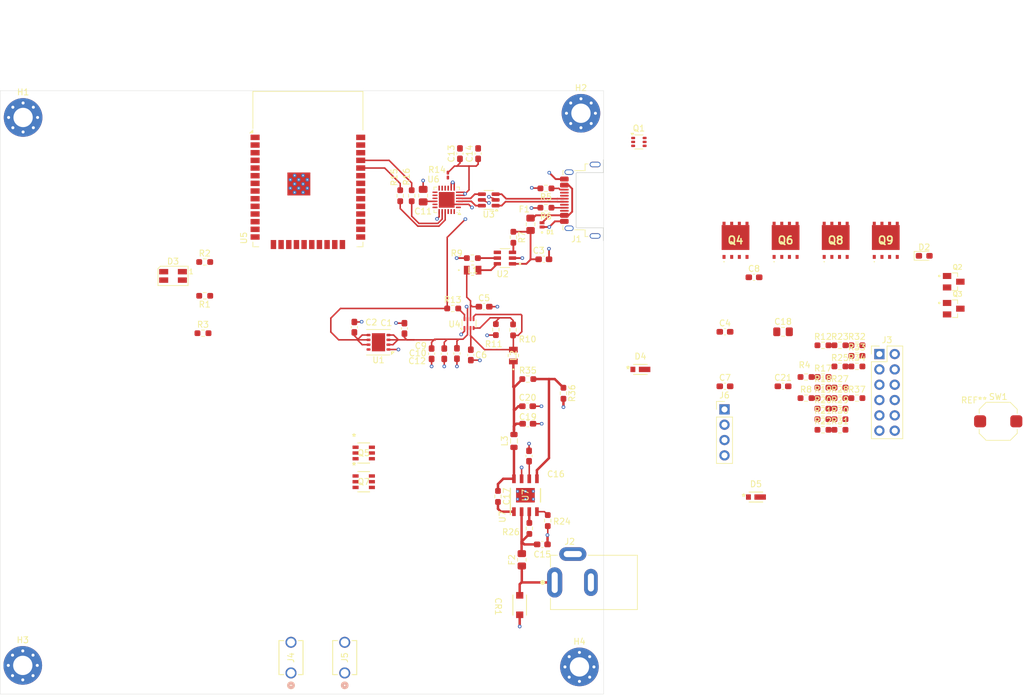
<source format=kicad_pcb>
(kicad_pcb (version 20241229) (generator "pcbnew") (generator_version "9.0")
  (layers (0 "F.Cu" signal) (4 "In1.Cu" signal) (6 "In2.Cu" signal) (2 "B.Cu" signal) (13 "F.Paste" user) (15 "B.Paste" user) (5 "F.SilkS" user "F.Silkscreen") (7 "B.SilkS" user "B.Silkscreen") (1 "F.Mask" user) (3 "B.Mask" user) (25 "Edge.Cuts" user))
  (net 0 "")
  (net 1 "+5V")
  (net 2 "GND")
  (net 3 "+3.3V")
  (net 4 "/SW")
  (net 5 "/EN")
  (net 6 "/Vout")
  (net 7 "Net-(D2-A)")
  (net 8 "+5VP")
  (net 9 "Net-(D4-A)")
  (net 10 "/SCL")
  (net 11 "/SDA")
  (net 12 "/GPIO33")
  (net 13 "/GPIO25")
  (net 14 "/GPIO27")
  (net 15 "/GPIO18")
  (net 16 "/GPIO32")
  (net 17 "/GPIO26")
  (net 18 "/GPIO34")
  (net 19 "/D+")
  (net 20 "/RTS")
  (net 21 "/DTR")
  (net 22 "/IO0")
  (net 23 "/Digi_GND")
  (net 24 "Net-(Q6-G)")
  (net 25 "/LED_R")
  (net 26 "/LED_G")
  (net 27 "/LED_B")
  (net 28 "/RX")
  (net 29 "/TX")
  (net 30 "/FAULT")
  (net 31 "/GPIO19")
  (net 32 "/D-")
  (net 33 "Net-(CR1-Pad1)")
  (net 34 "/D_P")
  (net 35 "/D_N")
  (net 36 "/RIGHT_HAND")
  (net 37 "/LEFT_HAND")
  (net 38 "Net-(Q4-D)")
  (net 39 "Net-(Q4-G)")
  (net 40 "/power_mux")
  (net 41 "Net-(U2-IN)")
  (net 42 "Net-(U4-VIN2)")
  (net 43 "Net-(U4-MODE)")
  (net 44 "Net-(U6-VPP)")
  (net 45 "Net-(U7-SS)")
  (net 46 "Net-(U7-BOOT)")
  (net 47 "Net-(U7-SW)")
  (net 48 "Net-(D3-GK)")
  (net 49 "Net-(D3-RK)")
  (net 50 "Net-(D3-BK)")
  (net 51 "Net-(D5-A)")
  (net 52 "Net-(J1-CC1)")
  (net 55 "Net-(J1-CC2)")
  (net 56 "Net-(U2-OUT)")
  (net 57 "Net-(Q8-G)")
  (net 58 "Net-(Q9-G)")
  (net 59 "Net-(Q9-D)")
  (net 60 "Net-(U2-EN)")
  (net 61 "Net-(U2-ILIM)")
  (net 62 "Net-(U4-PR1)")
  (net 63 "Net-(U6-~{RST})")
  (net 64 "Net-(U6-TXD)")
  (net 65 "Net-(U6-RXD)")
  (net 66 "Net-(U7-RT_SYNC)")
  (net 67 "Net-(U7-EN)")
  (net 68 "Net-(U7-FB)")
  (net 94 "+36V")
  (net 95 "Net-(Q2-Pad3)")
  (net 96 "Net-(Q2-Pad1)")
  (net 97 "/GPIO16")
  (net 98 "/GPIO17")
  (footprint "MountingHole:MountingHole_3.2mm_M3_Pad_Via" (layer "F.Cu") (at 195 140.5)
    (property "Reference" "H4")
    (property "Value" "Hole_Pad")
  )
  (footprint "Capacitor_SMD:C_0603_1608Metric_Pad1.08x0.95mm_HandSolder" (layer "F.Cu") (at 219.12 93.995)
    (property "Reference" "C7")
    (property "Value" "22u")
  )
  (footprint "Extra:DDA0008E_N" (layer "F.Cu") (at 186.05 112.049999 90)
    (property "Reference" "U7")
    (property "Value" "LMR14020SDDAR")
  )
  (footprint "Capacitor_SMD:C_0603_1608Metric_Pad1.08x0.95mm_HandSolder" (layer "F.Cu") (at 178.21 55.4375 90)
    (property "Reference" "C14")
    (property "Value" "100n")
  )
  (footprint "Resistor_SMD:R_0603_1608Metric_Pad0.98x0.95mm_HandSolder" (layer "F.Cu") (at 165.3 62.4125 90)
    (property "Reference" "R15")
    (property "Value" "22R")
  )
  (footprint "Connector_PinHeader_2.54mm:PinHeader_2x06_P2.54mm_Vertical" (layer "F.Cu") (at 244.71 88.655)
    (property "Reference" "J3")
    (property "Value" "Conn_02x06_Odd_Even")
  )
  (footprint "Resistor_SMD:R_0603_1608Metric_Pad0.98x0.95mm_HandSolder" (layer "F.Cu") (at 181.5 112.249999 -90)
    (property "Reference" "C17")
    (property "Value" "0.1u")
  )
  (footprint "Capacitor_SMD:C_0603_1608Metric_Pad1.08x0.95mm_HandSolder" (layer "F.Cu") (at 223.93 75.935)
    (property "Reference" "C8")
    (property "Value" "100n")
  )
  (footprint "Extra:SOT95P280X145-6N" (layer "F.Cu") (at 182.65 72.75 180)
    (property "Reference" "U2")
    (property "Value" "TPS2553DBVR")
  )
  (footprint "Resistor_SMD:R_0603_1608Metric_Pad0.98x0.95mm_HandSolder" (layer "F.Cu") (at 186.7 117.549999 90)
    (property "Reference" "R26")
    (property "Value" "100K")
  )
  (footprint "Resistor_SMD:R_0603_1608Metric_Pad0.98x0.95mm_HandSolder" (layer "F.Cu") (at 235.36 87.205)
    (property "Reference" "R12")
    (property "Value" "10K")
  )
  (footprint "Capacitor_SMD:C_0603_1608Metric_Pad1.08x0.95mm_HandSolder" (layer "F.Cu") (at 186.4 97.299999)
    (property "Reference" "C20")
    (property "Value" "22u")
  )
  (footprint "Capacitor_SMD:C_0603_1608Metric_Pad1.08x0.95mm_HandSolder" (layer "F.Cu") (at 219.12 84.965)
    (property "Reference" "C4")
    (property "Value" "100n")
  )
  (footprint "Resistor_SMD:R_0603_1608Metric_Pad0.98x0.95mm_HandSolder" (layer "F.Cu") (at 132.6125 85.2)
    (property "Reference" "R3")
    (property "Value" "1K")
  )
  (footprint "Extra:CONN_105-1102-001" (layer "F.Cu") (at 156.1 141.5 90)
    (property "Reference" "J5")
    (property "Value" "105-1103-001")
  )
  (footprint "Resistor_SMD:R_0603_1608Metric_Pad0.98x0.95mm_HandSolder" (layer "F.Cu") (at 238.17 97.705)
    (property "Reference" "R29")
    (property "Value" "100R")
  )
  (footprint "Resistor_SMD:R_0603_1608Metric_Pad0.98x0.95mm_HandSolder" (layer "F.Cu") (at 184 84.65 90)
    (property "Reference" "R10")
    (property "Value" "240K")
  )
  (footprint "Extra:AON6482" (layer "F.Cu") (at 237.465 69.8)
    (property "Reference" "Q8")
    (property "Value" "AON6266E" (hide yes))
  )
  (footprint "Resistor_SMD:R_0603_1608Metric_Pad0.98x0.95mm_HandSolder" (layer "F.Cu") (at 232.55 92.455)
    (property "Reference" "R4")
    (property "Value" "1K")
  )
  (footprint "Resistor_SMD:R_0603_1608Metric_Pad0.98x0.95mm_HandSolder" (layer "F.Cu") (at 238.17 90.705)
    (property "Reference" "R25")
    (property "Value" "100R")
  )
  (footprint "Extra:DIO_TDZVT_ROM-M" (layer "F.Cu") (at 205.1015 91.2)
    (property "Reference" "D4")
    (property "Value" "TFZVTR10B")
  )
  (footprint "Extra:AON6482" (layer "F.Cu") (at 245.765 69.8)
    (property "Reference" "Q9")
    (property "Value" "AON6266E" (hide yes))
  )
  (footprint "Resistor_SMD:R_0603_1608Metric_Pad0.98x0.95mm_HandSolder" (layer "F.Cu") (at 238.17 94.205)
    (property "Reference" "R27")
    (property "Value" "4K7")
  )
  (footprint "MountingHole:MountingHole_3.2mm_M3_Pad_Via" (layer "F.Cu") (at 102.802944 49.447056)
    (property "Reference" "H1")
    (property "Value" "Hole_Pad")
  )
  (footprint "Button_Switch_SMD:SW_Push_1TS009xxxx-xxxx-xxxx_6x6x5mm" (layer "F.Cu") (at 264.4 99.8)
    (property "Reference" "SW1")
    (property "Value" "SW_SPST")
  )
  (footprint "Capacitor_SMD:C_0603_1608Metric_Pad1.08x0.95mm_HandSolder" (layer "F.Cu") (at 189.1 72.95)
    (property "Reference" "C3")
    (property "Value" "0.1u")
  )
  (footprint "Extra:CUI_PJ-002B" (layer "F.Cu") (at 190.9 126.499999)
    (property "Reference" "J2")
    (property "Value" "Barrel_Jack")
  )
  (footprint "Capacitor_SMD:C_0603_1608Metric_Pad1.08x0.95mm_HandSolder" (layer "F.Cu") (at 175.2 55.4375 90)
    (property "Reference" "C13")
    (property "Value" "22u")
  )
  (footprint "Resistor_SMD:R_0603_1608Metric_Pad0.98x0.95mm_HandSolder" (layer "F.Cu") (at 174 81.1)
    (property "Reference" "R13")
    (property "Value" "10K")
  )
  (footprint "Fuse:Fuse_0805_2012Metric_Pad1.15x1.40mm_HandSolder" (layer "F.Cu") (at 185.45 122.749999 90)
    (property "Reference" "F2")
    (property "Value" "Polyfuse 1.2-1.5A hold")
  )
  (footprint "Extra:DIO_PESD5V0S1UL_315" (layer "F.Cu") (at 188.8 67.25 90)
    (property "Reference" "D1")
    (property "Value" "PESD5V0S1UL_315")
  )
  (footprint "Resistor_SMD:R_0603_1608Metric_Pad0.98x0.95mm_HandSolder" (layer "F.Cu") (at 167.2 62.4125 90)
    (property "Reference" "R16")
    (property "Value" "22R")
  )
  (footprint "Connector_USB:USB_C_Receptacle_Amphenol_12401948E412A" (layer "F.Cu") (at 197.6 63.16 90)
    (property "Reference" "J1")
    (property "Value" "USB_C_Receptacle_USB2.0_16P")
    (fp_line (start -4.42 -3.15) (end 4.42 -3.15) (stroke (width 0.1)) (layer "Edge.Cuts"))
    (fp_line (start 4.57 -3) (end 4.57 1.36) (stroke (width 0.1)) (layer "Edge.Cuts"))
    (fp_line (start -4.57 -3) (end -4.57 1.36) (stroke (width 0.1)) (layer "Edge.Cuts"))
    (fp_line (start 4.57 1.36) (end 6.7 1.36) (stroke (width 0.1)) (layer "Edge.Cuts"))
    (fp_line (start -6.7 1.36) (end -4.57 1.36) (stroke (width 0.1)) (layer "Edge.Cuts"))
    (fp_arc (start 4.42 -3.15) (mid 4.526066 -3.106066) (end 4.57 -3) (stroke (width 0.1)) (layer "Edge.Cuts"))
    (fp_arc (start -4.57 -3) (mid -4.526066 -3.106066) (end -4.42 -3.15) (stroke (width 0.1)) (layer "Edge.Cuts"))
  )
  (footprint "Resistor_SMD:R_0603_1608Metric_Pad0.98x0.95mm_HandSolder" (layer "F.Cu") (at 238.17 101.205)
    (property "Reference" "R31")
    (property "Value" "10K")
  )
  (footprint "Resistor_SMD:R_0603_1608Metric_Pad0.98x0.95mm_HandSolder" (layer "F.Cu") (at 240.98 88.955)
    (property "Reference" "R33")
    (property "Value" "10K")
  )
  (footprint "Capacitor_SMD:C_0603_1608Metric_Pad1.08x0.95mm_HandSolder" (layer "F.Cu") (at 166 84.4 90)
    (property "Reference" "C1")
    (property "Value" "22u")
  )
  (footprint "Resistor_SMD:R_0603_1608Metric_Pad0.98x0.95mm_HandSolder" (layer "F.Cu") (at 189.45 61.2 180)
    (property "Reference" "R5")
    (property "Value" "5k1")
  )
  (footprint "LED_SMD:LED_RGB_Wuerth-PLCC4_3.2x2.8mm_150141M173100" (layer "F.Cu") (at 127.65 75.7)
    (property "Reference" "D3")
    (property "Value" "LED_RGBA")
  )
  (footprint "Capacitor_SMD:C_0805_2012Metric_Pad1.18x1.45mm_HandSolder" (layer "F.Cu") (at 228.74 84.965)
    (property "Reference" "C18")
    (property "Value" "22u")
  )
  (footprint "Extra:IND_2012_TDK" (layer "F.Cu") (at 184.05 88.9 90)
    (property "Reference" "L2")
    (property "Value" "MPZ2012S221AT000")
  )
  (footprint "Resistor_SMD:R_0603_1608Metric_Pad0.98x0.95mm_HandSolder" (layer "F.Cu") (at 181.15 84.6 -90)
    (property "Reference" "R11")
    (property "Value" "100K")
  )
  (footprint "Fuse:Fuse_0805_2012Metric_Pad1.15x1.40mm_HandSolder" (layer "F.Cu") (at 186.9 67.15 -90)
    (property "Reference" "F1")
    (property "Value" "Polyfuse 500ma")
  )
  (footprint "Extra:TSOT23-6_419BL_ONS" (layer "F.Cu") (at 159.25255 109.809199)
    (property "Reference" "Q7")
    (property "Value" "FDC5614P")
  )
  (footprint "Extra:TRANS_MMBTA06" (layer "F.Cu") (at 257.025 76.665)
    (property "Reference" "Q2")
    (property "Value" "MMBTA06")
  )
  (footprint "Capacitor_SMD:C_0603_1608Metric_Pad1.08x0.95mm_HandSolder" (layer "F.Cu") (at 186.45 100.199999)
    (property "Reference" "C19")
    (property "Value" "22u")
  )
  (footprint "Extra:AON6482" (layer "F.Cu") (at 220.865 69.8)
    (property "Reference" "Q4")
    (property "Value" "AON6266E" (hide yes))
  )
  (footprint "Resistor_SMD:R_0603_1608Metric_Pad0.98x0.95mm_HandSolder" (layer "F.Cu") (at 235.36 97.705)
    (property "Reference" "R20")
    (property "Value" "100R")
  )
  (footprint "Extra:AON6482" (layer "F.Cu") (at 229.165 69.8)
    (property "Reference" "Q6")
    (property "Value" "AON6266E" (hide yes))
  )
  (footprint "Resistor_SMD:R_0603_1608Metric_Pad0.98x0.95mm_HandSolder" (layer "F.Cu") (at 235.36 101.205)
    (property "Reference" "R22")
    (property "Value" "100K")
  )
  (footprint "Resistor_SMD:R_0603_1608Metric_Pad0.98x0.95mm_HandSolder" (layer "F.Cu") (at 235.36 92.455)
    (property "Reference" "R17")
    (property "Value" "22K")
  )
  (footprint "Inductor_SMD:L_0805_2012Metric" (layer "F.Cu") (at 184.15 103.049999 90)
    (property "Reference" "L3")
    (property "Value" "5.5u")
  )
  (footprint "Package_SON:WSON-8-1EP_4x4mm_P0.8mm_EP2.2x3mm" (layer "F.Cu") (at 161.7 86.7 180)
    (property "Reference" "U1")
    (property "Value" "TLV1117LV-3.3")
  )
  (footprint "Resistor_SMD:R_0603_1608Metric_Pad0.98x0.95mm_HandSolder" (layer "F.Cu") (at 192.35 95.149999 -90)
    (property "Reference" "R36")
    (property "Value" "17.6K")
  )
  (footprint "Package_DFN_QFN:QFN-24-1EP_4x4mm_P0.5mm_EP2.6x2.6mm" (layer "F.Cu") (at 173 63.1 180)
    (property "Reference" "U6")
    (property "Value" "CP2104")
  )
  (footprint "Connector_PinHeader_2.54mm:PinHeader_1x04_P2.54mm_Vertical" (layer "F.Cu") (at 219.04 97.825)
    (property "Reference" "J6")
    (property "Value" "Conn_01x04_Socket")
  )
  (footprint "Capacitor_SMD:C_0603_1608Metric_Pad1.08x0.95mm_HandSolder" (layer "F.Cu") (at 174.7 88.5625 -90)
    (property "Reference" "C9")
    (property "Value" "22u")
  )
  (footprint "Resistor_SMD:R_0201_0603Metric_Pad0.64x0.40mm_HandSolder" (layer "F.Cu") (at 173.2 59 -90)
    (property "Reference" "R14")
    (property "Value" "10K")
  )
  (footprint "Package_TO_SOT_SMD:SOT-363_SC-70-6" (layer "F.Cu") (at 204.85 53.5)
    (property "Reference" "Q1")
    (property "Value" "UMH3N")
  )
  (footprint "Capacitor_SMD:C_0603_1608Metric_Pad1.08x0.95mm_HandSolder" (layer "F.Cu") (at 170.5 88.6 -90)
    (property "Reference" "C12")
    (property "Value" "4u7")
  )
  (footprint "Resistor_SMD:R_0603_1608Metric_Pad0.98x0.95mm_HandSolder" (layer "F.Cu") (at 177.25 72.75 180)
    (property "Reference" "R9")
    (property "Value" "45K 1%")
  )
  (footprint "Package_TO_SOT_SMD:SOT-583-8" (layer "F.Cu") (at 176.7 83.6 90)
    (property "Reference" "U4")
    (property "Value" "TPS2116DRL")
  )
  (footprint "Package_TO_SOT_SMD:SOT-23-6" (layer "F.Cu") (at 179.97 63.11 180)
    (property "Reference" "U3")
    (property "Value" "USBLC6-2SC6")
  )
  (footprint "Resistor_SMD:R_0603_1608Metric_Pad0.98x0.95mm_HandSolder" (layer "F.Cu") (at 132.9 79 180)
    (property "Reference" "R1")
    (property "Value" "1K")
  )
  (footprint "MountingHole:MountingHole_3.2mm_M3_Pad_Via" (layer "F.Cu") (at 102.75 140.25)
    (property "Reference" "H3")
    (property "Value" "Hole_Pad")
  )
  (footprint "Capacitor_SMD:C_0603_1608Metric_Pad1.08x0.95mm_HandSolder" (layer "F.Cu") (at 186.65 105.549999 90)
    (property "Reference" "C16")
    (property "Value" "22n")
  )
  (footprint "Extra:SOD-123F_LTF" (layer "F.Cu") (at 185.1 130.249999 -90)
    (property "Reference" "CR1")
    (property "Value" "SMF36CA")
  )
  (footprint "Resistor_SMD:R_0603_1608Metric_Pad0.98x0.95mm_HandSolder" (layer "F.Cu") (at 240.98 95.955)
    (property "Reference" "R37")
    (property "Value" "10K")
  )
  (footprint "Resistor_SMD:R_0603_1608Metric_Pad0.98x0.95mm_HandSolder" (layer "F.Cu") (at 238.17 99.455)
    (property "Reference" "R30")
    (property "Value" "100K")
  )
  (footprint "Extra:TRANS_MMBTA06" (layer "F.Cu") (at 257.025 81.135)
    (property "Reference" "Q3")
    (property "Value" "MMBTA06")
  )
  (footprint "Resistor_SMD:R_0603_1608Metric_Pad0.98x0.95mm_HandSolder" (layer "F.Cu") (at 240.98 90.705)
    (property "Reference" "R34")
    (property "Value" "100R")
  )
  (footprint "LED_SMD:LED_0603_1608Metric_Pad1.05x0.95mm_HandSolder" (layer "F.Cu") (at 252.135 72.375)
    (property "Reference" "D2")
    (property "Value" "LED")
  )
  (footprint "Extra:IND_2012_TDK" (layer "F.Cu") (at 177.3 74.75)
    (property "Reference" "L1")
    (property "Value" "MPZ2012S221AT000")
  )
  (footprint "RF_Module:ESP32-WROOM-32D" (layer "F.Cu") (at 150 60.995)
    (property "Reference" "U5")
    (property "Value" "ESP32-WROOM-32E")
  )
  (footprint "Extra:TSOT23-6_419BL_ONS" (layer "F.Cu") (at 159.25255 105.049999)
    (property "Reference" "Q5")
    (property "Value" "FDC5614P")
  )
  (footprint "Capacitor_SMD:C_0603_1608Metric_Pad1.08x0.95mm_HandSolder" (layer "F.Cu") (at 157.7 84.2 90)
    (property "Reference" "C2")
    (property "Value" "22u")
  )
  (footprint "Resistor_SMD:R_0603_1608Metric_Pad0.98x0.95mm_HandSolder" (layer "F.Cu") (at 189.45 64.4 180)
    (property "Reference" "R6")
    (property "Value" "5k1")
  )
  (footprint "Resistor_SMD:R_0603_1608Metric_Pad0.98x0.95mm_HandSolder" (layer "F.Cu") (at 235.36 95.955)
    (property "Reference" "R19")
    (property "Value" "24")
  )
  (footprint "Extra:DIO_TDZVT_ROM-M" (layer "F.Cu") (at 224.25 112.35)
    (property "Reference" "D5")
    (property "Value" "TFZVTR10B")
  )
  (footprint "MountingHole:MountingHole_3.2mm_M3_Pad_Via" (layer "F.Cu") (at 195.25 48.75)
    (property "Reference" "H2")
    (property "Value" "Hole_Pad")
  )
  (footprint "Resistor_SMD:R_0603_1608Metric_Pad0.98x0.95mm_HandSolder" (layer "F.Cu") (at 186.45 92.799999)
    (property "Reference" "R35")
    (property "Value" "100K")
  )
  (footprint "Resistor_SMD:R_0603_1608Metric_Pad0.98x0.95mm_HandSolder" (layer "F.Cu") (at 232.55 95.955)
    (property "Reference" "R8")
    (property "Value" "47K")
  )
  (footprint "Resistor_SMD:R_0603_1608Metric_Pad0.98x0.95mm_HandSolder" (layer "F.Cu") (at 240.98 87.205)
    (property "Reference" "R32")
    (property "Value" "10K")
  )
  (footprint "Resistor_SMD:R_0603_1608Metric_Pad0.98x0.95mm_HandSolder" (layer "F.Cu") (at 238.17 87.205)
    (property "Reference" "R23")
    (property "Value" "10K")
  )
  (footprint "Capacitor_SMD:C_0603_1608Metric_Pad1.08x0.95mm_HandSolder" (layer "F.Cu") (at 172.6 88.6 -90)
    (property "Reference" "C10")
    (property "Value" "100n")
  )
  (footprint "Resistor_SMD:R_0603_1608Metric_Pad0.98x0.95mm_HandSolder" (layer "F.Cu") (at 189.75 116.249999 -90)
    (property "Reference" "R24")
    (property "Value" "24K")
  )
  (footprint "Resistor_SMD:R_0603_1608Metric_Pad0.98x0.95mm_HandSolder" (layer "F.Cu") (at 238.17 95.955)
    (property "Reference" "R28")
    (property "Value" "4K7")
  )
  (footprint "Resistor_SMD:R_0603_1608Metric_Pad0.98x0.95mm_HandSolder" (layer "F.Cu") (at 184.05 69.3 -90)
    (property "Reference" "R7")
    (property "Value" "100K")
  )
  (footprint "Capacitor_SMD:C_0603_1608Metric_Pad1.08x0.95mm_HandSolder" (layer "F.Cu") (at 188.85 120.199999)
    (property "Reference" "C15")
    (property "Value" "10u")
  )
  (footprint "Capacitor_SMD:C_0603_1608Metric_Pad1.08x0.95mm_HandSolder" (layer "F.Cu") (at 228.74 93.995)
    (property "Reference" "C21")
    (property "Value" "100n")
  )
  (footprint "Capacitor_SMD:C_0603_1608Metric_Pad1.08x0.95mm_HandSolder" (layer "F.Cu") (at 177 88.8 -90)
    (property "Reference" "C6")
    (property "Value" "1u")
  )
  (footprint "Resistor_SMD:R_0603_1608Metric_Pad0.98x0.95mm_HandSolder" (layer "F.Cu") (at 132.9 73.4)
    (property "Reference" "R2")
    (property "Value" "1K")
  )
  (footprint "Capacitor_SMD:C_0805_2012Metric_Pad1.18x1.45mm_HandSolder" (layer "F.Cu") (at 169.1 62.4 90)
    (property "Reference" "C11")
    (property "Value" "4u7")
  )
  (footprint "Resistor_SMD:R_0603_1608Metric_Pad0.98x0.95mm_HandSolder" (layer "F.Cu") (at 235.36 99.455)
    (property "Reference" "R21")
    (property "Value" "10K")
  )
  (footprint "Capacitor_SMD:C_0603_1608Metric_Pad1.08x0.95mm_HandSolder" (layer "F.Cu") (at 179.2 80.8)
    (property "Reference" "C5")
    (property "Value" "1u")
  )
  (footprint "Extra:CONN_105-1102-001" (layer "F.Cu") (at 147.2 141.5 90)
    (property "Reference" "J4")
    (property "Value" "105-1103-001")
  )
  (footprint "Resistor_SMD:R_0603_1608Metric_Pad0.98x0.95mm_HandSolder" (layer "F.Cu") (at 235.36 94.205)
    (property "Reference" "R18")
    (property "Value" "10K")
  )
  (gr_line (start 181.2 63) (end 179.97 62.6) (stroke (width 0.2)) (layer "F.Cu") (net 2))
  (gr_line (start 178.8 63.11) (end 179.97 63.6) (stroke (width 0.2)) (layer "F.Cu") (net 1))
  (gr_rect (start 99 45) (end 199 145) (stroke (width 0.05)) (fill no) (layer "Edge.Cuts"))
  (segment (start 171.2 86.2) (end 171.1 86.3) (width 0.254) (layer "F.Cu") (net 1))
  (segment (start 170.5 86.7) (end 171 86.2) (width 0.254) (layer "F.Cu") (net 1))
  (segment (start 166 85.9) (end 166 85.2625) (width 0.254) (layer "F.Cu") (net 1))
  (segment (start 164.2 85.5) (end 165 86.3) (width 0.254) (layer "F.Cu") (net 1))
  (segment (start 171 86.2) (end 171.2 86.2) (width 0.254) (layer "F.Cu") (net 1))
  (segment (start 171.1 86.3) (end 167.6 86.3) (width 0.254) (layer "F.Cu") (net 1))
  (segment (start 163.35 87.1) (end 164.1 87.1) (width 0.254) (layer "F.Cu") (net 1))
  (segment (start 170.5 87.7375) (end 170.5 86.7) (width 0.254) (layer "F.Cu") (net 1))
  (segment (start 176.3 80.8) (end 176.45 80.95) (width 0.254) (layer "F.Cu") (net 1))
  (segment (start 171.2 86.2) (end 173.1 86.2) (width 0.254) (layer "F.Cu") (net 1))
  (segment (start 174 60.2) (end 173.85 60.2) (width 0.254) (layer "F.Cu") (net 1))
  (segment (start 176.45 85.45) (end 175.7 86.2) (width 0.254) (layer "F.Cu") (net 1))
  (segment (start 175.7 86.2) (end 175 86.2) (width 0.254) (layer "F.Cu") (net 1))
  (segment (start 164.1 87.1) (end 164.9 86.3) (width 0.254) (layer "F.Cu") (net 1))
  (segment (start 174.25 60.3) (end 174.15 60.2) (width 0.254) (layer "F.Cu") (net 1))
  (segment (start 174.15 60.2) (end 174 60.2) (width 0.254) (layer "F.Cu") (net 1))
  (segment (start 176.45 84.34) (end 176.45 85.45) (width 0.254) (layer "F.Cu") (net 1))
  (segment (start 175 86.2) (end 173.1 86.2) (width 0.254) (layer "F.Cu") (net 1))
  (segment (start 172.6 86.7) (end 173.1 86.2) (width 0.254) (layer "F.Cu") (net 1))
  (segment (start 166.4 86.3) (end 166 85.9) (width 0.254) (layer "F.Cu") (net 1))
  (segment (start 173.85 60.2) (end 173.75 60.3) (width 0.254) (layer "F.Cu") (net 1))
  (segment (start 167.6 86.3) (end 165 86.3) (width 0.254) (layer "F.Cu") (net 1))
  (segment (start 164.9 86.3) (end 163.35 86.3) (width 0.254) (layer "F.Cu") (net 1))
  (segment (start 174.25 61.1625) (end 174.25 60.3) (width 0.254) (layer "F.Cu") (net 1))
  (segment (start 163.35 85.5) (end 164.2 85.5) (width 0.254) (layer "F.Cu") (net 1))
  (segment (start 174.7 87.7) (end 174.7 86.5) (width 0.254) (layer "F.Cu") (net 1))
  (segment (start 176.45 80.95) (end 176.45 82.86) (width 0.254) (layer "F.Cu") (net 1))
  (segment (start 165 86.3) (end 164.9 86.3) (width 0.254) (layer "F.Cu") (net 1))
  (segment (start 176.45 82.86) (end 176.45 84.34) (width 0.254) (layer "F.Cu") (net 1))
  (segment (start 173.75 60.3) (end 173.75 61.1625) (width 0.254) (layer "F.Cu") (net 1))
  (segment (start 174.7 86.5) (end 175 86.2) (width 0.254) (layer "F.Cu") (net 1))
  (segment (start 172.6 87.7375) (end 172.6 86.7) (width 0.254) (layer "F.Cu") (net 1))
  (segment (start 167.6 86.3) (end 166.4 86.3) (width 0.254) (layer "F.Cu") (net 1))
  (via (at 174 60.2) (size 0.6) (drill 0.3) (layers "F.Cu" "B.Cu") (net 1))
  (via (at 176.3 80.8) (size 0.6) (drill 0.3) (layers "F.Cu" "B.Cu") (net 1))
  (via (at 180 63.6) (size 0.6) (drill 0.3) (layers "F.Cu" "B.Cu") (net 1))
  (segment (start 174.9375 63.85) (end 173.75 63.85) (width 0.254) (layer "F.Cu") (net 2))
  (segment (start 170.5 89.4625) (end 170.5 90.7) (width 0.254) (layer "F.Cu") (net 2))
  (segment (start 187.3 100.187499) (end 187.3125 100.199999) (width 0.254) (layer "F.Cu") (net 2))
  (segment (start 180.0625 80.8) (end 181.4 80.8) (width 0.254) (layer "F.Cu") (net 2))
  (segment (start 189.9625 72.95) (end 189.9625 71.2125) (width 0.3048) (layer "F.Cu") (net 2))
  (segment (start 187.05 64.45) (end 188.4875 64.45) (width 0.254) (layer "F.Cu") (net 2))
  (segment (start 174.7 89.425) (end 174.7 90.7) (width 0.254) (layer "F.Cu") (net 2))
  (segment (start 189.75 118.599999) (end 189.7 118.649999) (width 0.254) (layer "F.Cu") (net 2))
  (segment (start 173.172 63.352) (end 173.1675 63.3475) (width 0.284) (layer "F.Cu") (net 2))
  (segment (start 158.9 83.3) (end 158.8625 83.3375) (width 0.254) (layer "F.Cu") (net 2))
  (segment (start 165 87.9) (end 163.35 87.9) (width 0.254) (layer "F.Cu") (net 2))
  (segment (start 187.1 61.1) (end 187.15 61.15) (width 0.254) (layer "F.Cu") (net 2))
  (segment (start 179.7375 85.5125) (end 179.7 85.55) (width 0.254) (layer "F.Cu") (net 2))
  (segment (start 169.1 61.3625) (end 169.1 59.9) (width 0.254) (layer "F.Cu") (net 2))
  (segment (start 192.4 66.66) (end 190.94 66.66) (width 0.3048) (layer "F.Cu") (net 2))
  (segment (start 192.35 96.062499) (end 192.35 97.449999) (width 0.4064) (layer "F.Cu") (net 2))
  (segment (start 187.3125 100.199999) (end 188.7375 100.199999) (width 0.254) (layer "F.Cu") (net 2))
  (segment (start 166 83.5375) (end 164.6375 83.5375) (width 0.254) (layer "F.Cu") (net 2))
  (segment (start 187.15 61.15) (end 188.2875 61.15) (width 0.254) (layer "F.Cu") (net 2))
  (segment (start 176.3375 72.75) (end 174.65 72.75) (width 0.3048) (layer "F.Cu") (net 2))
  (segment (start 185.1 133.799999) (end 185.05 133.849999) (width 0.4064) (layer "F.Cu") (net 2))
  (segment (start 188.8 67.6) (end 190 67.6) (width 0.3048) (layer "F.Cu") (net 2))
  (segment (start 177.190594 64.366021) (end 177.166021 64.366021) (width 0.254) (layer "F.Cu") (net 2))
  (segment (start 183.905 72.75) (end 185.5325 72.75) (width 0.3048) (layer "F.Cu") (net 2))
  (segment (start 178.4625 89.6625) (end 178.5 89.7) (width 0.254) (layer "F.Cu") (net 2))
  (segment (start 190.94 66.66) (end 190 67.6) (width 0.3048) (layer "F.Cu") (net 2))
  (segment (start 176.65 63.85) (end 174.9375 63.85) (width 0.254) (layer "F.Cu") (net 2))
  (segment (start 188.2875 61.15) (end 188.5375 61.4) (width 0.254) (layer "F.Cu") (net 2))
  (segment (start 185.415 107.449999) (end 185.415 109.325001) (width 0.254) (layer "F.Cu") (net 2))
  (segment (start 177.166021 64.366021) (end 176.65 63.85) (width 0.254) (layer "F.Cu") (net 2))
  (segment (start 177 89.6625) (end 178.4625 89.6625) (width 0.254) (layer "F.Cu") (net 2))
  (segment (start 187.2625 97.299999) (end 188.7 97.299999) (width 0.254) (layer "F.Cu") (net 2))
  (segment (start 175.95 84.34) (end 175.95 84.85) (width 0.254) (layer "F.Cu") (net 2))
  (segment (start 181.15 85.5125) (end 179.7375 85.5125) (width 0.254) (layer "F.Cu") (net 2))
  (segment (start 186.65 104.687499) (end 186.65 103.499999) (width 0.254) (layer "F.Cu") (net 2))
  (segment (start 189.95 71.2) (end 189.9625 71.2125) (width 0.3048) (layer "F.Cu") (net 2))
  (segment (start 189.7125 120.199999) (end 189.7125 118.662499) (width 0.4064) (layer "F.Cu") (net 2))
  (segment (start 188.4875 64.45) (end 188.5375 64.4) (width 0.254) (layer "F.Cu") (net 2))
  (segment (start 172.6 89.4625) (end 172.6 90.7) (width 0.254) (layer "F.Cu") (net 2))
  (segment (start 157.7 83.3375) (end 158.8625 83.3375) (width 0.254) (layer "F.Cu") (net 2))
  (segment (start 189.75 117.162499) (end 189.75 118.599999) (width 0.254) (layer "F.Cu") (net 2))
  (segment (start 173.75 63.85) (end 173 63.1) (width 0.254) (layer "F.Cu") (net 2))
  (segment (start 164.6375 83.5375) (end 164.6 83.5) (width 0.254) (layer "F.Cu") (net 2))
  (segment (start 192.4 59.66) (end 191.06 59.66) (width 0.3048) (layer "F.Cu") (net 2))
  (segment (start 185.1 131.862899) (end 185.1 133.799999) (width 0.4064) (layer "F.Cu") (net 2))
  (segment (start 175.95 84.85) (end 175.4 85.4) (width 0.254) (layer "F.Cu") (net 2))
  (segment (start 186.65 104.687499) (end 186.65 104.649999) (width 0.254) (layer "F.Cu") (net 2))
  (segment (start 187.1 64.4) (end 187.05 64.45) (width 0.254) (layer "F.Cu") (net 2))
  (segment (start 189.7 118.649999) (end 189.7125 118.662499) (width 0.4064) (layer "F.Cu") (net 2))
  (segment (start 191.06 59.66) (end 190 58.6) (width 0.3048) (layer "F.Cu") (net 2))
  (segment (start 187.275 97.312499) (end 187.2625 97.299999) (width 0.254) (layer "F.Cu") (net 2))
  (via (at 178.5 89.7) (size 0.6) (drill 0.3) (layers "F.Cu" "B.Cu") (net 2))
  (via (at 172.6 90.7) (size 0.6) (drill 0.3) (layers "F.Cu" "B.Cu") (net 2))
  (via (at 185.415 107.449999) (size 0.6) (drill 0.3) (layers "F.Cu" "B.Cu") (net 2))
  (via (at 169.1 59.9) (size 0.6) (drill 0.3) (layers "F.Cu" "B.Cu") (net 2))
  (via (at 188.7375 100.199999) (size 0.6) (drill 0.3) (layers "F.Cu" "B.Cu") (net 2))
  (via (at 165 87.9) (size 0.6) (drill 0.3) (layers "F.Cu" "B.Cu") (net 2))
  (via (at 187.1 61.1) (size 0.6) (drill 0.3) (layers "F.Cu" "B.Cu") (net 2))
  (via (at 185.5325 72.75) (size 0.6) (drill 0.3) (layers "F.Cu" "B.Cu") (net 2))
  (via (at 158.9 83.3) (size 0.6) (drill 0.3) (layers "F.Cu" "B.Cu") (net 2))
  (via (at 177.190594 64.366021) (size 0.6) (drill 0.3) (layers "F.Cu" "B.Cu") (net 2))
  (via (at 189.7 118.649999) (size 0.6) (drill 0.3) (layers "F.Cu" "B.Cu") (net 2))
  (via (at 185.1 133.799999) (size 0.6) (drill 0.3) (layers "F.Cu" "B.Cu") (net 2))
  (via (at 179.7 85.55) (size 0.6) (drill 0.3) (layers "F.Cu" "B.Cu") (net 2))
  (via (at 164.6 83.5) (size 0.6) (drill 0.3) (layers "F.Cu" "B.Cu") (net 2))
  (via (at 186.65 103.499999) (size 0.6) (drill 0.3) (layers "F.Cu" "B.Cu") (net 2))
  (via (at 181.4 80.8) (size 0.6) (drill 0.3) (layers "F.Cu" "B.Cu") (net 2))
  (via (at 190 67.6) (size 0.6) (drill 0.3) (layers "F.Cu" "B.Cu") (net 2))
  (via (at 170.5 90.7) (size 0.6) (drill 0.3) (layers "F.Cu" "B.Cu") (net 2))
  (via (at 189.95 71.2) (size 0.6) (drill 0.3) (layers "F.Cu" "B.Cu") (net 2))
  (via (at 175.4 85.4) (size 0.6) (drill 0.3) (layers "F.Cu" "B.Cu") (net 2))
  (via (at 180 62.6) (size 0.6) (drill 0.3) (layers "F.Cu" "B.Cu") (net 2))
  (via (at 192.35 97.449999) (size 0.6) (drill 0.3) (layers "F.Cu" "B.Cu") (net 2))
  (via (at 187.05 64.45) (size 0.6) (drill 0.3) (layers "F.Cu" "B.Cu") (net 2))
  (via (at 188.7 97.299999) (size 0.6) (drill 0.3) (layers "F.Cu" "B.Cu") (net 2))
  (via (at 190 58.6) (size 0.6) (drill 0.3) (layers "F.Cu" "B.Cu") (net 2))
  (via (at 174.65 72.75) (size 0.6) (drill 0.3) (layers "F.Cu" "B.Cu") (net 2))
  (via (at 174.7 90.7) (size 0.6) (drill 0.3) (layers "F.Cu" "B.Cu") (net 2))
  (segment (start 158.3 86.2) (end 157.7 85.6) (width 0.254) (layer "F.Cu") (net 3))
  (segment (start 178.21 57.19) (end 178.21 56.3) (width 0.254) (layer "F.Cu") (net 3))
  (segment (start 175.2 56.3) (end 175.2 57) (width 0.254) (layer "F.Cu") (net 3))
  (segment (start 153.8 85) (end 153.8 82.7) (width 0.254) (layer "F.Cu") (net 3))
  (segment (start 153.8 82.7) (end 155.4 81.1) (width 0.254) (layer "F.Cu") (net 3))
  (segment (start 176.05 62.1) (end 176.7 61.45) (width 0.254) (layer "F.Cu") (net 3))
  (segment (start 159 87.1) (end 158.2 86.3) (width 0.254) (layer "F.Cu") (net 3))
  (segment (start 160.05 85.5) (end 159 85.5) (width 0.254) (layer "F.Cu") (net 3))
  (segment (start 175.95 61.85) (end 176.05 61.95) (width 0.254) (layer "F.Cu") (net 3))
  (segment (start 158.2 86.3) (end 155.1 86.3) (width 0.254) (layer "F.Cu") (net 3))
  (segment (start 173.0875 69.3125) (end 173.0875 81.1) (width 0.254) (layer "F.Cu") (net 3))
  (segment (start 175.2 57) (end 174.7 57.5) (width 0.254) (layer "F.Cu") (net 3))
  (segment (start 176.05 61.95) (end 176.05 62.1) (width 0.254) (layer "F.Cu") (net 3))
  (segment (start 177.9 57.5) (end 178.21 57.19) (width 0.254) (layer "F.Cu") (net 3))
  (segment (start 174.7 57.5) (end 176.7 57.5) (width 0.254) (layer "F.Cu") (net 3))
  (segment (start 175.95 62.35) (end 174.9375 62.35) (width 0.254) (layer "F.Cu") (net 3))
  (segment (start 176.05 62.1) (end 176.05 62.25) (width 0.254) (layer "F.Cu") (net 3))
  (segment (start 176.7 57.5) (end 177.9 57.5) (width 0.254) (layer "F.Cu") (net 3))
  (segment (start 174.9375 61.85) (end 175.95 61.85) (width 0.254) (layer "F.Cu") (net 3))
  (segment (start 160.05 86.3) (end 158.2 86.3) (width 0.254) (layer "F.Cu") (net 3))
  (segment (start 159 85.5) (end 158.3 86.2) (width 0.254) (layer "F.Cu") (net 3))
  (segment (start 158.3 86.2) (end 158.2 86.3) (width 0.254) (layer "F.Cu") (net 3))
  (segment (start 155.1 86.3) (end 153.8 85) (width 0.254) (layer "F.Cu") (net 3))
  (segment (start 176.1 66.3) (end 173.0875 69.3125) (width 0.254) (layer "F.Cu") (net 3))
  (segment (start 174.2925 57.5) (end 174.7 57.5) (width 0.254) (layer "F.Cu") (net 3))
  (segment (start 155.4 81.1) (end 173.0875 81.1) (width 0.254) (layer "F.Cu") (net 3))
  (segment (start 160.05 87.1) (end 159 87.1) (width 0.254) (layer "F.Cu") (net 3))
  (segment (start 176.7 61.45) (end 176.7 57.5) (width 0.254) (layer "F.Cu") (net 3))
  (segment (start 157.7 85.6) (end 157.7 85.0625) (width 0.254) (layer "F.Cu") (net 3))
  (segment (start 176.05 62.25) (end 175.95 62.35) (width 0.254) (layer "F.Cu") (net 3))
  (segment (start 173.2 58.5925) (end 174.2925 57.5) (width 0.254) (layer "F.Cu") (net 3))
  (via (at 176.1 66.3) (size 0.6) (drill 0.3) (layers "F.Cu" "B.Cu") (net 3))
  (via (at 176.05 62.1) (size 0.6) (drill 0.3) (layers "F.Cu" "B.Cu") (net 3))
  (segment (start 184.15 101.249999) (end 184.15 97.849999) (width 0.4064) (layer "F.Cu") (net 6))
  (segment (start 185.5875 100.199999) (end 184.55 100.199999) (width 0.4064) (layer "F.Cu") (net 6))
  (segment (start 184.9 97.299999) (end 185.5375 97.299999) (width 0.4064) (layer "F.Cu") (net 6))
  (segment (start 184.15 94.187499) (end 184.05 94.087499) (width 0.4064) (layer "F.Cu") (net 6))
  (segment (start 184.15 94.187499) (end 185.5375 92.799999) (width 0.4064) (layer "F.Cu") (net 6))
  (segment (start 184.9 97.299999) (end 184.35 97.849999) (width 0.4064) (layer "F.Cu") (net 6))
  (segment (start 184.55 100.199999) (end 184.15 100.599999) (width 0.4064) (layer "F.Cu") (net 6))
  (segment (start 184.05 94.087499) (end 184.05 89.8778) (width 0.4064) (layer "F.Cu") (net 6))
  (segment (start 184.15 101.987499) (end 184.15 101.249999) (width 0.4064) (layer "F.Cu") (net 6))
  (segment (start 184.15 100.599999) (end 184.15 101.249999) (width 0.4064) (layer "F.Cu") (net 6))
  (segment (start 184.35 97.849999) (end 184.15 97.849999) (width 0.4064) (layer "F.Cu") (net 6))
  (segment (start 184.15 97.849999) (end 184.15 94.187499) (width 0.4064) (layer "F.Cu") (net 6))
  (segment (start 193.7966 61.2566) (end 193.7966 65.0634) (width 0.3048) (layer "F.Cu") (net 8))
  (segment (start 193.2 65.66) (end 192.5 65.66) (width 0.3048) (layer "F.Cu") (net 8))
  (segment (start 190.04 65.66) (end 188.8 66.9) (width 0.3048) (layer "F.Cu") (net 8))
  (segment (start 190.04 65.66) (end 187.79 65.66) (width 0.3048) (layer "F.Cu") (net 8))
  (segment (start 193.2 60.66) (end 193.7966 61.2566) (width 0.3048) (layer "F.Cu") (net 8))
  (segment (start 192.5 60.66) (end 193.2 60.66) (width 0.3048) (layer "F.Cu") (net 8))
  (segment (start 192.5 65.66) (end 190.04 65.66) (width 0.3048) (layer "F.Cu") (net 8))
  (segment (start 193.7966 65.0634) (end 193.2 65.66) (width 0.3048) (layer "F.Cu") (net 8))
  (segment (start 187.325 66.125) (end 187.79 65.66) (width 0.3048) (layer "F.Cu") (net 8))
  (segment (start 186.9 66.125) (end 187.325 66.125) (width 0.3048) (layer "F.Cu") (net 8))
  (segment (start 192.4 63.41) (end 191.349999 63.41) (width 0.284) (layer "F.Cu") (net 19))
  (segment (start 191.349999 63.41) (end 191.341999 63.402) (width 0.284) (layer "F.Cu") (net 19))
  (segment (start 182.759251 63.402) (end 182.101251 64.06) (width 0.284) (layer "F.Cu") (net 19))
  (segment (start 191.341999 63.402) (end 182.759251 63.402) (width 0.284) (layer "F.Cu") (net 19))
  (segment (start 182.101251 64.06) (end 181.1075 64.06) (width 0.284) (layer "F.Cu") (net 19))
  (segment (start 171.75 65.0375) (end 171.75 65.9) (width 0.254) (layer "F.Cu") (net 20))
  (segment (start 171.75 65.9) (end 171.4 66.25) (width 0.254) (layer "F.Cu") (net 20))
  (via (at 171.4 66.25) (size 0.6) (drill 0.3) (layers "F.Cu" "B.Cu") (net 20))
  (segment (start 165.3 61.5) (end 165.35 61.45) (width 0.254) (layer "F.Cu") (net 28))
  (segment (start 165.3 61.5) (end 165.3 60.4) (width 0.254) (layer "F.Cu") (net 28))
  (segment (start 158.775 57.85) (end 158.75 57.825) (width 0.254) (layer "F.Cu") (net 28))
  (segment (start 162.725 57.825) (end 158.75 57.825) (width 0.254) (layer "F.Cu") (net 28))
  (segment (start 165.3 60.4) (end 162.725 57.825) (width 0.254) (layer "F.Cu") (net 28))
  (segment (start 163.455 56.555) (end 158.75 56.555) (width 0.254) (layer "F.Cu") (net 29))
  (segment (start 167.2 60.3) (end 163.455 56.555) (width 0.254) (layer "F.Cu") (net 29))
  (segment (start 167.2 61.5) (end 167.2 60.3) (width 0.254) (layer "F.Cu") (net 29))
  (segment (start 158.755 56.55) (end 158.75 56.555) (width 0.254) (layer "F.Cu") (net 29))
  (segment (start 182.101251 62.16) (end 181.1075 62.16) (width 0.284) (layer "F.Cu") (net 32))
  (segment (start 192.4 62.91) (end 191.349999 62.91) (width 0.284) (layer "F.Cu") (net 32))
  (segment (start 191.349999 62.91) (end 191.341999 62.918) (width 0.284) (layer "F.Cu") (net 32))
  (segment (start 182.859251 62.918) (end 182.101251 62.16) (width 0.284) (layer "F.Cu") (net 32))
  (segment (start 191.341999 62.918) (end 182.859251 62.918) (width 0.284) (layer "F.Cu") (net 32))
  (segment (start 185.45 126.449999) (end 185.45 123.774999) (width 0.4064) (layer "F.Cu") (net 33))
  (segment (start 190.9 126.499999) (end 185.4 126.499999) (width 0.4064) (layer "F.Cu") (net 33))
  (segment (start 185.4 126.499999) (end 185.1 126.799999) (width 0.4064) (layer "F.Cu") (net 33))
  (segment (start 185.1 126.799999) (end 185.1 128.637099) (width 0.4064) (layer "F.Cu") (net 33))
  (segment (start 185.4 126.499999) (end 185.45 126.449999) (width 0.4064) (layer "F.Cu") (net 33))
  (segment (start 178.8325 64.06) (end 177.7925 64.06) (width 0.284) (layer "F.Cu") (net 34))
  (segment (start 177.7925 64.06) (end 177.0745 63.342) (width 0.284) (layer "F.Cu") (net 34))
  (segment (start 175.564251 63.342) (end 175.556251 63.35) (width 0.284) (layer "F.Cu") (net 34))
  (segment (start 177.0745 63.342) (end 175.564251 63.342) (width 0.284) (layer "F.Cu") (net 34))
  (segment (start 175.556251 63.35) (end 174.9375 63.35) (width 0.284) (layer "F.Cu") (net 34))
  (segment (start 175.564251 62.858) (end 175.556251 62.85) (width 0.284) (layer "F.Cu") (net 35))
  (segment (start 178.8325 62.16) (end 177.6575 62.16) (width 0.284) (layer "F.Cu") (net 35))
  (segment (start 177.6575 62.16) (end 176.9595 62.858) (width 0.284) (layer "F.Cu") (net 35))
  (segment (start 176.9595 62.858) (end 175.564251 62.858) (width 0.284) (layer "F.Cu") (net 35))
  (segment (start 175.556251 62.85) (end 174.9375 62.85) (width 0.284) (layer "F.Cu") (net 35))
  (segment (start 175.95 82.1375) (end 174.9125 81.1) (width 0.254) (layer "F.Cu") (net 40))
  (segment (start 175.95 82.86) (end 175.95 82.1375) (width 0.254) (layer "F.Cu") (net 40))
  (segment (start 186.9 68.175) (end 186.9 72.85) (width 0.3048) (layer "F.Cu") (net 41))
  (segment (start 186.9 72.85) (end 186.9 73) (width 0.3048) (layer "F.Cu") (net 41))
  (segment (start 188.2375 72.95) (end 187 72.95) (width 0.3048) (layer "F.Cu") (net 41))
  (segment (start 184.05 68.3875) (end 186.6875 68.3875) (width 0.3048) (layer "F.Cu") (net 41))
  (segment (start 186.6875 68.3875) (end 186.9 68.175) (width 0.3048) (layer "F.Cu") (net 41))
  (segment (start 186.2 73.7) (end 183.905 73.7) (width 0.3048) (layer "F.Cu") (net 41))
  (segment (start 186.9 73) (end 186.2 73.7) (width 0.3048) (layer "F.Cu") (net 41))
  (segment (start 187 72.95) (end 186.9 72.85) (width 0.3048) (layer "F.Cu") (net 41))
  (segment (start 176.3222 74.75) (end 176.3222 79.2222) (width 0.254) (layer "F.Cu") (net 42))
  (segment (start 176.95 80.5) (end 176.95 82.86) (width 0.254) (layer "F.Cu") (net 42))
  (segment (start 176.3222 79.2222) (end 176.95 79.85) (width 0.254) (layer "F.Cu") (net 42))
  (segment (start 178.3375 80.8) (end 177.25 80.8) (width 0.254) (layer "F.Cu") (net 42))
  (segment (start 177.25 80.8) (end 176.95 80.5) (width 0.254) (layer "F.Cu") (net 42))
  (segment (start 176.95 79.85) (end 176.95 80.5) (width 0.254) (layer "F.Cu") (net 42))
  (segment (start 184 85.5625) (end 184.8375 85.5625) (width 0.254) (layer "F.Cu") (net 43))
  (segment (start 184.8375 85.5625) (end 185.45 84.95) (width 0.254) (layer "F.Cu") (net 43))
  (segment (start 184.05 87.9222) (end 184.05 85.6125) (width 0.254) (layer "F.Cu") (net 43))
  (segment (start 185.45 82.25) (end 185.3 82.1) (width 0.254) (layer "F.Cu") (net 43))
  (segment (start 177.45 82.45) (end 177.45 82.86) (width 0.254) (layer "F.Cu") (net 43))
  (segment (start 179.2722 87.9222) (end 176.95 85.6) (width 0.254) (layer "F.Cu") (net 43))
  (segment (start 177 85.65) (end 177 87.9375) (width 0.254) (layer "F.Cu") (net 43))
  (segment (start 176.95 85.6) (end 177 85.65) (width 0.254) (layer "F.Cu") (net 43))
  (segment (start 184.05 85.6125) (end 184 85.5625) (width 0.254) (layer "F.Cu") (net 43))
  (segment (start 184.05 87.9222) (end 179.2722 87.9222) (width 0.254) (layer "F.Cu") (net 43))
  (segment (start 185.45 84.95) (end 185.45 82.25) (width 0.254) (layer "F.Cu") (net 43))
  (segment (start 177.8 82.1) (end 177.45 82.45) (width 0.254) (layer "F.Cu") (net 43))
  (segment (start 176.95 85.6) (end 176.95 84.34) (width 0.254) (layer "F.Cu") (net 43))
  (segment (start 185.3 82.1) (end 177.8 82.1) (width 0.254) (layer "F.Cu") (net 43))
  (segment (start 169.1875 63.35) (end 169.1 63.4375) (width 0.254) (layer "F.Cu") (net 44))
  (segment (start 171.0625 63.35) (end 169.1875 63.35) (width 0.254) (layer "F.Cu") (net 44))
  (segment (start 186.685 106.477499) (end 186.75 106.412499) (width 0.254) (layer "F.Cu") (net 45))
  (segment (start 186.685 109.325001) (end 186.685 106.477499) (width 0.254) (layer "F.Cu") (net 45))
  (segment (start 181.5 114.299999) (end 181.5 113.162499) (width 0.4064) (layer "F.Cu") (net 46))
  (segment (start 184.145 114.775) (end 181.975001 114.775) (width 0.4064) (layer "F.Cu") (net 46))
  (segment (start 181.975001 114.775) (end 181.5 114.299999) (width 0.4064) (layer "F.Cu") (net 46))
  (segment (start 181.5 110.199999) (end 181.5 111.337499) (width 0.4064) (layer "F.Cu") (net 47))
  (segment (start 182.374998 109.325001) (end 181.5 110.199999) (width 0.4064) (layer "F.Cu") (net 47))
  (segment (start 184.145 104.117499) (end 184.15 104.112499) (width 0.4064) (layer "F.Cu") (net 47))
  (segment (start 184.15 104.112499) (end 184.15 109.320001) (width 0.4064) (layer "F.Cu") (net 47))
  (segment (start 184.15 109.320001) (end 184.145 109.325001) (width 0.4064) (layer "F.Cu") (net 47))
  (segment (start 184.145 109.325001) (end 182.374998 109.325001) (width 0.4064) (layer "F.Cu") (net 47))
  (segment (start 192.5 64.41) (end 190.21 64.41) (width 0.254) (layer "F.Cu") (net 52))
  (segment (start 190.21 64.41) (end 190.2 64.4) (width 0.254) (layer "F.Cu") (net 52))
  (segment (start 192.5 61.41) (end 191.797754 61.41) (width 0.254) (layer "F.Cu") (net 55))
  (segment (start 191.797754 61.41) (end 191.587754 61.2) (width 0.254) (layer "F.Cu") (net 55))
  (segment (start 191.587754 61.2) (end 190.4075 61.2) (width 0.254) (layer "F.Cu") (net 55))
  (segment (start 180.345 74.75) (end 178.2778 74.75) (width 0.3048) (layer "F.Cu") (net 56))
  (segment (start 181.395 73.7) (end 180.345 74.75) (width 0.3048) (layer "F.Cu") (net 56))
  (segment (start 184.05 71.655) (end 183.905 71.8) (width 0.3048) (layer "F.Cu") (net 60))
  (segment (start 184.05 70.2125) (end 184.05 71.655) (width 0.3048) (layer "F.Cu") (net 60))
  (segment (start 181.395 72.75) (end 178.1625 72.75) (width 0.3048) (layer "F.Cu") (net 61))
  (segment (start 181.75 82.65) (end 180.2 82.65) (width 0.254) (layer "F.Cu") (net 62))
  (segment (start 184 83.1) (end 183.55 82.65) (width 0.254) (layer "F.Cu") (net 62))
  (segment (start 180.2 82.65) (end 178.51 84.34) (width 0.254) (layer "F.Cu") (net 62))
  (segment (start 178.51 84.34) (end 177.45 84.34) (width 0.254) (layer "F.Cu") (net 62))
  (segment (start 184 83.7375) (end 184 83.1) (width 0.254) (layer "F.Cu") (net 62))
  (segment (start 183.55 82.65) (end 181.75 82.65) (width 0.254) (layer "F.Cu") (net 62))
  (segment (start 181.15 83.25) (end 181.15 83.6875) (width 0.254) (layer "F.Cu") (net 62))
  (segment (start 181.75 82.65) (end 181.15 83.25) (width 0.254) (layer "F.Cu") (net 62))
  (segment (start 168.211532 67.455) (end 165.3 64.543468) (width 0.254) (layer "F.Cu") (net 64))
  (segment (start 171.726594 67.455) (end 168.211532 67.455) (width 0.254) (layer "F.Cu") (net 64))
  (segment (start 172.75 65.0375) (end 172.75 66.431594) (width 0.254) (layer "F.Cu") (net 64))
  (segment (start 165.3 64.543468) (end 165.3 63.325) (width 0.254) (layer "F.Cu") (net 64))
  (segment (start 172.75 66.431594) (end 171.726594 67.455) (width 0.254) (layer "F.Cu") (net 64))
  (segment (start 171.538127 67) (end 168.4 67) (width 0.254) (layer "F.Cu") (net 65))
  (segment (start 168.4 67) (end 167.2 65.8) (width 0.254) (layer "F.Cu") (net 65))
  (segment (start 172.25 66.288127) (end 171.538127 67) (width 0.254) (layer "F.Cu") (net 65))
  (segment (start 167.2 65.8) (end 167.2 63.325) (width 0.254) (layer "F.Cu") (net 65))
  (segment (start 172.25 65.0375) (end 172.25 66.288127) (width 0.254) (layer "F.Cu") (net 65))
  (segment (start 189.187501 114.775) (end 189.75 115.337499) (width 0.254) (layer "F.Cu") (net 66))
  (segment (start 187.955 114.775) (end 189.187501 114.775) (width 0.254) (layer "F.Cu") (net 66))
  (segment (start 186.685 116.622499) (end 186.7 116.637499) (width 0.4064) (layer "F.Cu") (net 67))
  (segment (start 186.685 114.775) (end 186.685 116.622499) (width 0.4064) (layer "F.Cu") (net 67))
  (segment (start 189.95 92.799999) (end 190.9125 92.799999) (width 0.4064) (layer "F.Cu") (net 68))
  (segment (start 187.955 107.894999) (end 189.95 105.899999) (width 0.4064) (layer "F.Cu") (net 68))
  (segment (start 189.95 105.899999) (end 189.95 92.799999) (width 0.4064) (layer "F.Cu") (net 68))
  (segment (start 187.3625 92.799999) (end 189.95 92.799999) (width 0.4064) (layer "F.Cu") (net 68))
  (segment (start 190.9125 92.799999) (end 192.35 94.237499) (width 0.4064) (layer "F.Cu") (net 68))
  (segment (start 187.955 109.325001) (end 187.955 107.894999) (width 0.4064) (layer "F.Cu") (net 68))
  (segment (start 185.415 119.747499) (end 186.7 118.462499) (width 0.4064) (layer "F.Cu") (net 94))
  (segment (start 185.415 120.099999) (end 185.415 114.775) (width 0.4064) (layer "F.Cu") (net 94))
  (segment (start 187.9875 120.199999) (end 185.8675 120.199999) (width 0.4064) (layer "F.Cu") (net 94))
  (segment (start 185.415 121.689999) (end 185.415 120.099999) (width 0.4064) (layer "F.Cu") (net 94))
  (segment (start 185.8675 120.199999) (end 185.415 119.747499) (width 0.4064) (layer "F.Cu") (net 94))
  (segment (start 185.45 121.724999) (end 185.415 121.689999) (width 0.4064) (layer "F.Cu") (net 94))
  (segment (start 185.415 120.099999) (end 185.415 119.747499) (width 0.4064) (layer "F.Cu") (net 94))
)
</source>
